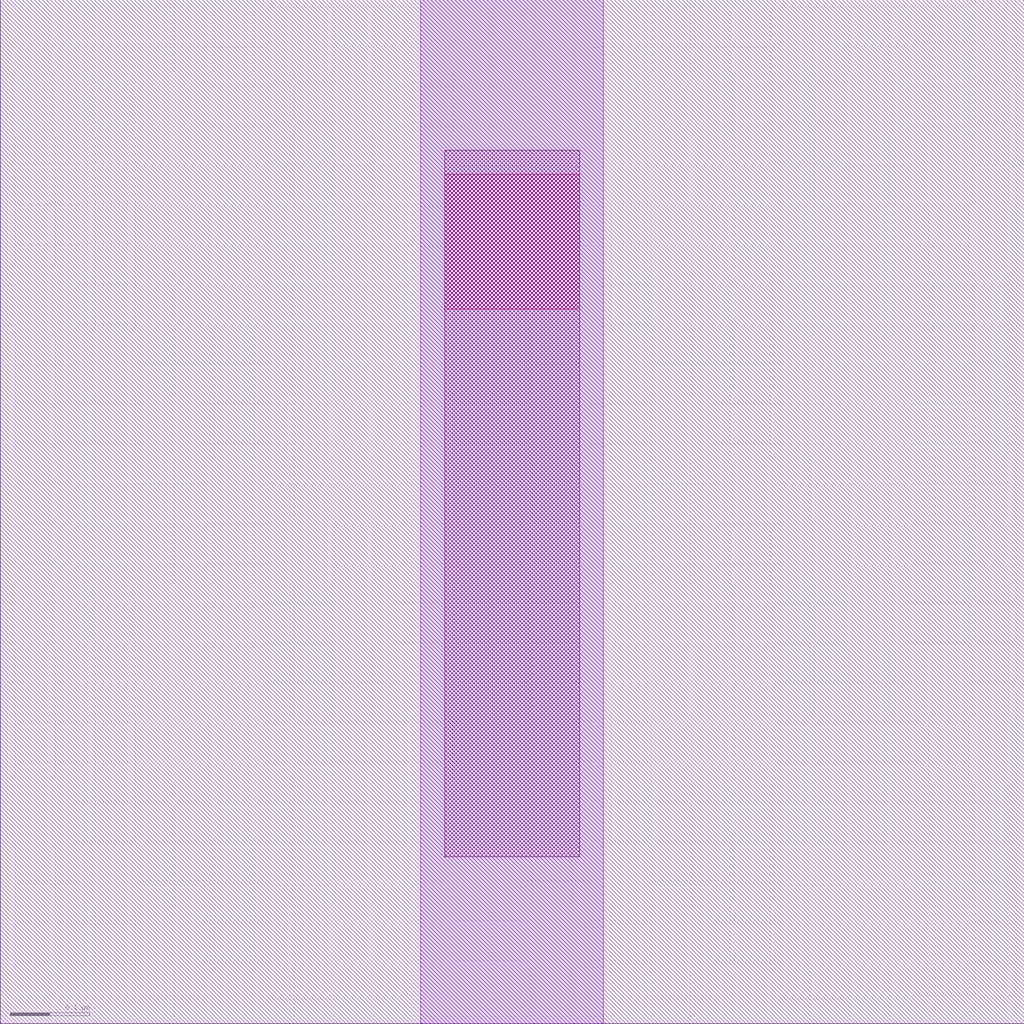
<source format=lef>
VERSION 5.7 ;
  NOWIREEXTENSIONATPIN ON ;
  DIVIDERCHAR "/" ;
  BUSBITCHARS "[]" ;
UNITS
  DATABASE MICRONS 200 ;
END UNITS

LAYER via2
  TYPE CUT ;
END via2

LAYER via
  TYPE CUT ;
END via

LAYER nwell
  TYPE MASTERSLICE ;
END nwell

LAYER via3
  TYPE CUT ;
END via3

LAYER pwell
  TYPE MASTERSLICE ;
END pwell

LAYER via4
  TYPE CUT ;
END via4

LAYER mcon
  TYPE CUT ;
END mcon

LAYER met6
  TYPE ROUTING ;
  WIDTH 0.030000 ;
  SPACING 0.040000 ;
  DIRECTION HORIZONTAL ;
END met6

LAYER met1
  TYPE ROUTING ;
  WIDTH 0.140000 ;
  SPACING 0.140000 ;
  DIRECTION HORIZONTAL ;
END met1

LAYER met3
  TYPE ROUTING ;
  WIDTH 0.300000 ;
  SPACING 0.300000 ;
  DIRECTION HORIZONTAL ;
END met3

LAYER met2
  TYPE ROUTING ;
  WIDTH 0.140000 ;
  SPACING 0.140000 ;
  DIRECTION HORIZONTAL ;
END met2

LAYER met4
  TYPE ROUTING ;
  WIDTH 0.300000 ;
  SPACING 0.300000 ;
  DIRECTION HORIZONTAL ;
END met4

LAYER met5
  TYPE ROUTING ;
  WIDTH 1.600000 ;
  SPACING 1.600000 ;
  DIRECTION HORIZONTAL ;
END met5

LAYER li1
  TYPE ROUTING ;
  WIDTH 0.170000 ;
  SPACING 0.170000 ;
  DIRECTION HORIZONTAL ;
END li1

MACRO sky130_hilas_noverlapcap01
  CLASS BLOCK ;
  FOREIGN sky130_hilas_noverlapcap01 ;
  ORIGIN 0.620 0.430 ;
  SIZE 1.290 BY 1.290 ;
  OBS
      LAYER li1 ;
        RECT -0.060 -0.220 0.110 0.670 ;
      LAYER mcon ;
        RECT -0.060 0.470 0.110 0.640 ;
      LAYER met1 ;
        RECT -0.090 -0.430 0.140 0.860 ;
  END
END sky130_hilas_noverlapcap01
END LIBRARY


</source>
